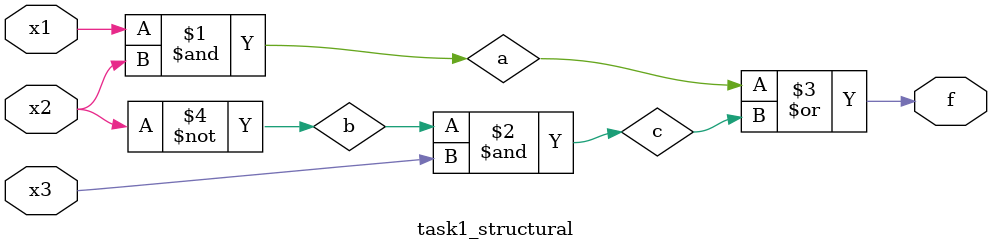
<source format=v>
module task1_structural(x1, x2, x3, f);
input x1, x2, x3;
output f;
and(a, x1, x2);
not(b, x2);
and(c, b, x3);
or(f, a, c);
endmodule

</source>
